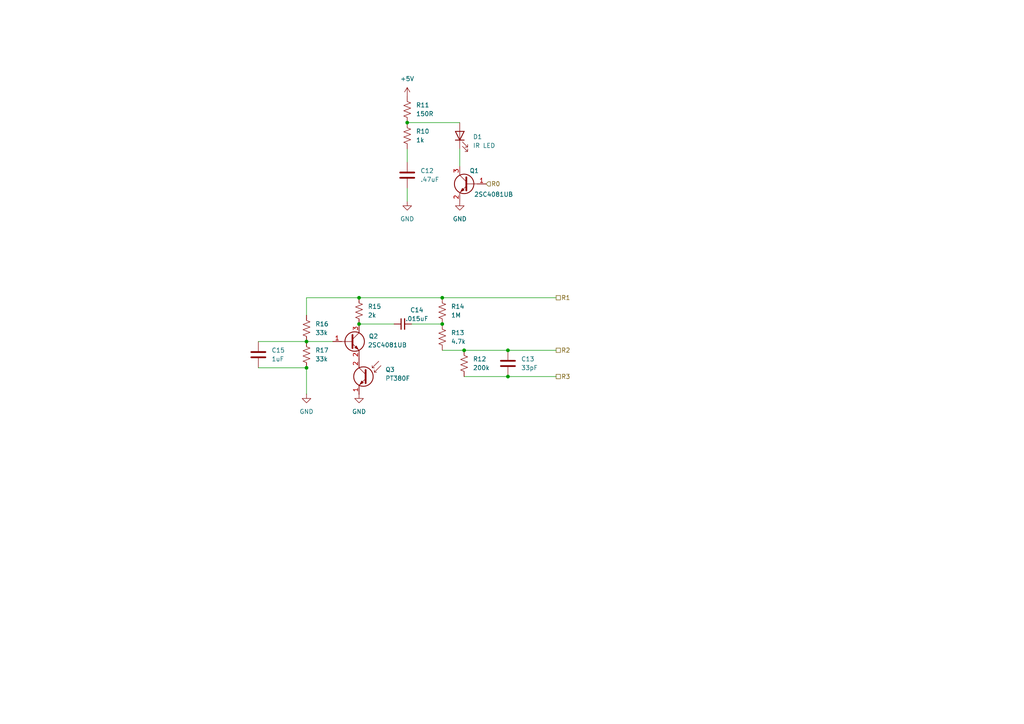
<source format=kicad_sch>
(kicad_sch (version 20250114) (generator "eeschema") (generator_version "9.0")
  (paper "A4")
  (lib_symbols
    (symbol "Device:C" (pin_numbers (hide yes)) (pin_names (offset 0.254))
      (property "Reference" "C" (at 0.635 2.54 0))
      (property "Value" "C" (at 0.635 -2.54 0))
      (symbol "C_0_1"
        (polyline (pts (xy -2.032 0.762) (xy 2.032 0.762)) (stroke (width 0.508)))
        (polyline (pts (xy -2.032 -0.762) (xy 2.032 -0.762)) (stroke (width 0.508)))
      )
      (symbol "C_1_1"
        (pin passive line (at 0 3.81 270) (length 2.794) (name "~") (number "1"))
        (pin passive line (at 0 -3.81 90) (length 2.794) (name "~") (number "2"))
      )
    )
    (symbol "Device:C_Small" (pin_numbers (hide yes)) (pin_names (offset 0.254) (hide yes))
      (property "Reference" "C" (at 0.254 1.778 0))
      (property "Value" "C_Small" (at 0.254 -2.032 0))
      (symbol "C_Small_0_1"
        (polyline (pts (xy -1.524 0.508) (xy 1.524 0.508)) (stroke (width 0.3048)))
        (polyline (pts (xy -1.524 -0.508) (xy 1.524 -0.508)) (stroke (width 0.3302)))
      )
      (symbol "C_Small_1_1"
        (pin passive line (at 0 2.54 270) (length 2.032) (name "~") (number "1"))
        (pin passive line (at 0 -2.54 90) (length 2.032) (name "~") (number "2"))
      )
    )
    (symbol "Device:LED" (pin_numbers (hide yes)) (pin_names (offset 1.016) (hide yes))
      (property "Reference" "D" (at 0 2.54 0))
      (property "Value" "LED" (at 0 -2.54 0))
      (symbol "LED_0_1"
        (polyline (pts (xy -3.048 -0.762) (xy -4.572 -2.286) (xy -3.81 -2.286) (xy -4.572 -2.286) (xy -4.572 -1.524)))
        (polyline (pts (xy -1.778 -0.762) (xy -3.302 -2.286) (xy -2.54 -2.286) (xy -3.302 -2.286) (xy -3.302 -1.524)))
        (polyline (pts (xy -1.27 0) (xy 1.27 0)))
        (polyline (pts (xy -1.27 -1.27) (xy -1.27 1.27)) (stroke (width 0.254)))
        (polyline (pts (xy 1.27 -1.27) (xy 1.27 1.27) (xy -1.27 0) (xy 1.27 -1.27)) (stroke (width 0.254)))
      )
      (symbol "LED_1_1"
        (pin passive line (at -3.81 0 0) (length 2.54) (name "K") (number "1"))
        (pin passive line (at 3.81 0 180) (length 2.54) (name "A") (number "2"))
      )
    )
    (symbol "Device:Q_Photo_NPN_EC" (pin_names (offset 0) (hide yes))
      (property "Reference" "Q" (at 5.08 1.27 0))
      (property "Value" "Q_Photo_NPN_EC" (at 5.08 -1.27 0))
      (symbol "Q_Photo_NPN_EC_0_1"
        (polyline (pts (xy -3.81 3.175) (xy -1.905 1.27) (xy -1.905 1.905)))
        (polyline (pts (xy -3.175 4.445) (xy -1.27 2.54) (xy -1.27 3.175)))
        (polyline (pts (xy -1.905 1.27) (xy -2.54 1.27)))
        (polyline (pts (xy -1.27 2.54) (xy -1.905 2.54)))
        (polyline (pts (xy 0.635 1.905) (xy 0.635 -1.905) (xy 0.635 -1.905)) (stroke (width 0.508)))
        (polyline (pts (xy 0.635 0.635) (xy 2.54 2.54)))
        (polyline (pts (xy 0.635 -0.635) (xy 2.54 -2.54) (xy 2.54 -2.54)))
        (circle (center 1.27 0) (radius 2.8194) (stroke (width 0.254)))
        (polyline (pts (xy 1.27 -1.778) (xy 1.778 -1.27) (xy 2.286 -2.286) (xy 1.27 -1.778) (xy 1.27 -1.778)) (fill (type outline)))
      )
      (symbol "Q_Photo_NPN_EC_1_1"
        (pin passive line (at 2.54 5.08 270) (length 2.54) (name "C") (number "2"))
        (pin passive line (at 2.54 -5.08 90) (length 2.54) (name "E") (number "1"))
      )
    )
    (symbol "Device:R_US" (pin_numbers (hide yes)) (pin_names (offset 0))
      (property "Reference" "R" (at 2.54 0 90))
      (property "Value" "R_US" (at -2.54 0 90))
      (symbol "R_US_0_1"
        (polyline (pts (xy 0 2.286) (xy 0 2.54)))
        (polyline (pts (xy 0 2.286) (xy 1.016 1.905) (xy 0 1.524) (xy -1.016 1.143) (xy 0 0.762)))
        (polyline (pts (xy 0 0.762) (xy 1.016 0.381) (xy 0 0) (xy -1.016 -0.381) (xy 0 -0.762)))
        (polyline (pts (xy 0 -0.762) (xy 1.016 -1.143) (xy 0 -1.524) (xy -1.016 -1.905) (xy 0 -2.286)))
        (polyline (pts (xy 0 -2.286) (xy 0 -2.54)))
      )
      (symbol "R_US_1_1"
        (pin passive line (at 0 3.81 270) (length 1.27) (name "~") (number "1"))
        (pin passive line (at 0 -3.81 90) (length 1.27) (name "~") (number "2"))
      )
    )
    (symbol "Transistor_BJT:Q_NPN_BEC" (pin_names (offset 0) (hide yes))
      (property "Reference" "Q" (at 5.08 1.27 0))
      (property "Value" "Q_NPN_BEC" (at 5.08 -1.27 0))
      (symbol "Q_NPN_BEC_0_1"
        (polyline (pts (xy -2.54 0) (xy 0.635 0)))
        (polyline (pts (xy 0.635 1.905) (xy 0.635 -1.905)) (stroke (width 0.508)))
        (circle (center 1.27 0) (radius 2.8194) (stroke (width 0.254)))
      )
      (symbol "Q_NPN_BEC_1_1"
        (polyline (pts (xy 0.635 0.635) (xy 2.54 2.54)))
        (polyline (pts (xy 0.635 -0.635) (xy 2.54 -2.54)))
        (polyline (pts (xy 1.27 -1.778) (xy 1.778 -1.27) (xy 2.286 -2.286) (xy 1.27 -1.778)) (fill (type outline)))
        (pin input line (at -5.08 0 0) (length 2.54) (name "B") (number "1"))
        (pin passive line (at 2.54 5.08 270) (length 2.54) (name "C") (number "3"))
        (pin passive line (at 2.54 -5.08 90) (length 2.54) (name "E") (number "2"))
      )
    )
    (symbol "power:+5V" (power) (pin_numbers (hide yes)) (pin_names (offset 0) (hide yes))
      (property "Value" "+5V" (at 0 3.556 0))
      (symbol "+5V_0_1"
        (polyline (pts (xy -0.762 1.27) (xy 0 2.54)))
        (polyline (pts (xy 0 2.54) (xy 0.762 1.27)))
        (polyline (pts (xy 0 0) (xy 0 2.54)))
      )
      (symbol "+5V_1_1"
        (pin power_in line (at 0 0 90) (length 0) (name "~") (number "1"))
      )
    )
    (symbol "power:GND" (power) (pin_numbers (hide yes)) (pin_names (offset 0) (hide yes))
      (property "Value" "GND" (at 0 -3.81 0))
      (symbol "GND_0_1"
        (polyline (pts (xy 0 0) (xy 0 -1.27) (xy 1.27 -1.27) (xy 0 -2.54) (xy -1.27 -1.27) (xy 0 -1.27)))
      )
      (symbol "GND_1_1"
        (pin power_in line (at 0 0 270) (length 0) (name "~") (number "1"))
      )
    )
  )
  (junction (at 104.14 93.98))
  (junction (at 118.11 35.56))
  (junction (at 104.14 86.36))
  (junction (at 128.27 93.98))
  (junction (at 147.32 109.22))
  (junction (at 134.62 101.6))
  (junction (at 128.27 86.36))
  (junction (at 147.32 101.6))
  (junction (at 88.9 106.68))
  (junction (at 88.9 99.06))
  (wire (pts (xy 118.11 58.42) (xy 118.11 54.61)))
  (wire (pts (xy 88.9 106.68) (xy 88.9 114.3)))
  (wire (pts (xy 147.32 109.22) (xy 161.29 109.22)))
  (wire (pts (xy 88.9 86.36) (xy 104.14 86.36)))
  (wire (pts (xy 133.35 43.18) (xy 133.35 48.26)))
  (wire (pts (xy 88.9 91.44) (xy 88.9 86.36)))
  (wire (pts (xy 161.29 86.36) (xy 128.27 86.36)))
  (wire (pts (xy 119.38 93.98) (xy 128.27 93.98)))
  (wire (pts (xy 118.11 35.56) (xy 133.35 35.56)))
  (wire (pts (xy 88.9 99.06) (xy 96.52 99.06)))
  (wire (pts (xy 74.93 99.06) (xy 88.9 99.06)))
  (wire (pts (xy 104.14 93.98) (xy 114.3 93.98)))
  (wire (pts (xy 104.14 86.36) (xy 128.27 86.36)))
  (wire (pts (xy 147.32 101.6) (xy 161.29 101.6)))
  (wire (pts (xy 74.93 106.68) (xy 88.9 106.68)))
  (wire (pts (xy 147.32 101.6) (xy 134.62 101.6)))
  (wire (pts (xy 134.62 109.22) (xy 147.32 109.22)))
  (wire (pts (xy 118.11 46.99) (xy 118.11 43.18)))
  (wire (pts (xy 134.62 101.6) (xy 128.27 101.6)))
  (hierarchical_label "R0" (shape input) (at 140.97 53.34 0))
  (hierarchical_label "R1" (shape passive) (at 161.29 86.36 0))
  (hierarchical_label "R2" (shape passive) (at 161.29 101.6 0))
  (hierarchical_label "R3" (shape passive) (at 161.29 109.22 0))
  (symbol (lib_id "power:GND") (at 118.11 58.42 0) (unit 1)
    (property "Reference" "#PWR042" (effects (hide yes)))
    (property "Value" "GND" (at 118.11 63.5 0))
    (property "Description" "Power symbol creates a global label with name \"GND\" , ground" (effects (hide yes)))
  )
  (symbol (lib_id "power:GND") (at 133.35 58.42 0) (unit 1)
    (property "Reference" "#PWR041" (effects (hide yes)))
    (property "Value" "GND" (at 133.35 63.5 0))
    (property "Description" "Power symbol creates a global label with name \"GND\" , ground" (effects (hide yes)))
  )
  (symbol (lib_id "Transistor_BJT:Q_NPN_BEC") (at 101.6 99.06 0) (unit 1)
    (property "Reference" "Q2" (at 106.934 97.536 0) (effects (justify left)))
    (property "Value" "2SC4081UB" (at 106.68 100.076 0) (effects (justify left)))
    (property "Footprint" "Package_TO_SOT_SMD:SOT-323_SC-70" (effects (hide yes)))
    (property "Description" "NPN transistor, base/emitter/collector" (effects (hide yes)))
    (property "Mouser Part Number" " 755-2SC4081UBTLR " (effects (hide yes)))
  )
  (symbol (lib_id "Device:R_US") (at 128.27 97.79 0) (unit 1)
    (property "Reference" "R13" (at 130.81 96.5199 0) (effects (justify left)))
    (property "Value" "4.7k" (at 130.81 99.0599 0) (effects (justify left)))
    (property "Footprint" "Resistor_SMD:R_0603_1608Metric_Pad0.98x0.95mm_HandSolder" (effects (hide yes)))
    (property "Description" "Resistor, US symbol" (effects (hide yes)))
    (property "Mouser Part Number" " 791-RMC16-472JTP " (effects (hide yes)))
  )
  (symbol (lib_id "Device:C") (at 74.93 102.87 0) (unit 1)
    (property "Reference" "C15" (at 78.74 101.5999 0) (effects (justify left)))
    (property "Value" "1uF" (at 78.74 104.1399 0) (effects (justify left)))
    (property "Footprint" "Capacitor_SMD:C_0603_1608Metric_Pad1.08x0.95mm_HandSolder" (effects (hide yes)))
    (property "Description" "Unpolarized capacitor" (effects (hide yes)))
    (property "Mouser Part Number" " 963-JMK107BJ105MA-T " (effects (hide yes)))
  )
  (symbol (lib_id "Transistor_BJT:Q_NPN_BEC") (at 135.89 53.34 0) (mirror y) (unit 1)
    (property "Reference" "Q1" (at 138.938 49.53 0) (effects (justify left)))
    (property "Value" "2SC4081UB" (at 148.844 56.388 0) (effects (justify left)))
    (property "Footprint" "Package_TO_SOT_SMD:SOT-323_SC-70" (effects (hide yes)))
    (property "Description" "NPN transistor, base/emitter/collector" (effects (hide yes)))
    (property "Mouser Part Number" " 755-2SC4081UBTLR " (effects (hide yes)))
  )
  (symbol (lib_id "Device:C_Small") (at 116.84 93.98 90) (unit 1)
    (property "Reference" "C14" (at 120.904 89.916 90))
    (property "Value" ".015uF" (at 120.904 92.456 90))
    (property "Footprint" "Capacitor_SMD:C_0603_1608Metric_Pad1.08x0.95mm_HandSolder" (effects (hide yes)))
    (property "Description" "Unpolarized capacitor, small symbol" (effects (hide yes)))
    (property "Mouser Part Number" " 80-C0603C153K4RECTU " (effects (hide yes)))
  )
  (symbol (lib_id "Device:R_US") (at 118.11 39.37 0) (unit 1)
    (property "Reference" "R10" (at 120.65 38.0999 0) (effects (justify left)))
    (property "Value" "1k" (at 120.65 40.6399 0) (effects (justify left)))
    (property "Footprint" "Resistor_SMD:R_0603_1608Metric_Pad0.98x0.95mm_HandSolder" (effects (hide yes)))
    (property "Description" "Resistor, US symbol" (effects (hide yes)))
    (property "Mouser Part Number" " 603-AC0603JR-131KL " (effects (hide yes)))
  )
  (symbol (lib_id "Device:R_US") (at 88.9 95.25 0) (unit 1)
    (property "Reference" "R16" (at 91.44 93.9799 0) (effects (justify left)))
    (property "Value" "33k" (at 91.44 96.5199 0) (effects (justify left)))
    (property "Footprint" "Resistor_SMD:R_0603_1608Metric_Pad0.98x0.95mm_HandSolder" (effects (hide yes)))
    (property "Description" "Resistor, US symbol" (effects (hide yes)))
    (property "Mouser Part Number" " 791-WR06X333JTL " (effects (hide yes)))
  )
  (symbol (lib_id "Device:C") (at 118.11 50.8 0) (unit 1)
    (property "Reference" "C12" (at 121.92 49.5299 0) (effects (justify left)))
    (property "Value" ".47uF" (at 121.92 52.0699 0) (effects (justify left)))
    (property "Footprint" "Capacitor_SMD:C_0603_1608Metric_Pad1.08x0.95mm_HandSolder" (effects (hide yes)))
    (property "Description" "Unpolarized capacitor" (effects (hide yes)))
    (property "Mouser Part Number" " 810-CGA3E2X5R1A474MA " (effects (hide yes)))
  )
  (symbol (lib_id "power:GND") (at 104.14 114.3 0) (unit 1)
    (property "Reference" "#PWR044" (effects (hide yes)))
    (property "Value" "GND" (at 104.14 119.38 0))
    (property "Description" "Power symbol creates a global label with name \"GND\" , ground" (effects (hide yes)))
  )
  (symbol (lib_id "Device:Q_Photo_NPN_EC") (at 106.68 109.22 0) (mirror y) (unit 1) (in_bom no)
    (property "Reference" "Q3" (at 111.76 107.2006 0) (effects (justify right)))
    (property "Value" "PT380F" (at 111.76 109.7406 0) (effects (justify right)))
    (property "Footprint" "gbc_repro_lib:gbc_ir_leds" (effects (hide yes)))
    (property "Description" "NPN phototransistor, emitter/collector" (effects (hide yes)))
  )
  (symbol (lib_id "Device:R_US") (at 88.9 102.87 0) (unit 1)
    (property "Reference" "R17" (at 91.44 101.5999 0) (effects (justify left)))
    (property "Value" "33k" (at 91.44 104.1399 0) (effects (justify left)))
    (property "Footprint" "Resistor_SMD:R_0603_1608Metric_Pad0.98x0.95mm_HandSolder" (effects (hide yes)))
    (property "Description" "Resistor, US symbol" (effects (hide yes)))
    (property "Mouser Part Number" " 791-WR06X333JTL " (effects (hide yes)))
  )
  (symbol (lib_id "Device:LED") (at 133.35 39.37 90) (unit 1) (in_bom no)
    (property "Reference" "D1" (at 137.16 39.6874 90) (effects (justify right)))
    (property "Value" "IR LED" (at 137.16 42.2274 90) (effects (justify right)))
    (property "Footprint" "gbc_repro_lib:gbc_ir_leds" (effects (hide yes)))
    (property "Description" "Light emitting diode" (effects (hide yes)))
    (property "Sim.Pins" "1=K 2=A" (effects (hide yes)))
  )
  (symbol (lib_id "Device:R_US") (at 104.14 90.17 0) (unit 1)
    (property "Reference" "R15" (at 106.68 88.8999 0) (effects (justify left)))
    (property "Value" "2k" (at 106.68 91.4399 0) (effects (justify left)))
    (property "Footprint" "Resistor_SMD:R_0603_1608Metric_Pad0.98x0.95mm_HandSolder" (effects (hide yes)))
    (property "Description" "Resistor, US symbol" (effects (hide yes)))
    (property "Mouser Part Number" " 603-RT0603DRE072KL " (effects (hide yes)))
  )
  (symbol (lib_id "Device:R_US") (at 134.62 105.41 0) (unit 1)
    (property "Reference" "R12" (at 137.16 104.1399 0) (effects (justify left)))
    (property "Value" "200k" (at 137.16 106.6799 0) (effects (justify left)))
    (property "Footprint" "Resistor_SMD:R_0603_1608Metric_Pad0.98x0.95mm_HandSolder" (effects (hide yes)))
    (property "Description" "Resistor, US symbol" (effects (hide yes)))
    (property "Mouser Part Number" " 603-AC0603JR-07200KL " (effects (hide yes)))
  )
  (symbol (lib_id "power:+5V") (at 118.11 27.94 0) (unit 1)
    (property "Reference" "#PWR043" (effects (hide yes)))
    (property "Value" "+5V" (at 118.11 22.86 0))
    (property "Description" "Power symbol creates a global label with name \"+5V\"" (effects (hide yes)))
  )
  (symbol (lib_id "Device:C") (at 147.32 105.41 0) (unit 1)
    (property "Reference" "C13" (at 151.13 104.1399 0) (effects (justify left)))
    (property "Value" "33pF" (at 151.13 106.6799 0) (effects (justify left)))
    (property "Footprint" "Capacitor_SMD:C_0603_1608Metric_Pad1.08x0.95mm_HandSolder" (effects (hide yes)))
    (property "Description" "Unpolarized capacitor" (effects (hide yes)))
    (property "Mouser Part Number" " 187-CL10C330JB8NNND " (effects (hide yes)))
  )
  (symbol (lib_id "Device:R_US") (at 118.11 31.75 0) (unit 1)
    (property "Reference" "R11" (at 120.65 30.4799 0) (effects (justify left)))
    (property "Value" "150R" (at 120.65 33.0199 0) (effects (justify left)))
    (property "Footprint" "Resistor_SMD:R_0603_1608Metric_Pad0.98x0.95mm_HandSolder" (effects (hide yes)))
    (property "Description" "Resistor, US symbol" (effects (hide yes)))
    (property "Mouser Part Number" " 708-RMCF0603JT150R " (effects (hide yes)))
  )
  (symbol (lib_id "Device:R_US") (at 128.27 90.17 0) (unit 1)
    (property "Reference" "R14" (at 130.81 88.8999 0) (effects (justify left)))
    (property "Value" "1M" (at 130.81 91.4399 0) (effects (justify left)))
    (property "Footprint" "Resistor_SMD:R_0603_1608Metric_Pad0.98x0.95mm_HandSolder" (effects (hide yes)))
    (property "Description" "Resistor, US symbol" (effects (hide yes)))
    (property "Mouser Part Number" " 279-CRG0603F1M0 " (effects (hide yes)))
  )
  (symbol (lib_id "power:GND") (at 88.9 114.3 0) (unit 1)
    (property "Reference" "#PWR045" (effects (hide yes)))
    (property "Value" "GND" (at 88.9 119.38 0))
    (property "Description" "Power symbol creates a global label with name \"GND\" , ground" (effects (hide yes)))
  )
)
</source>
